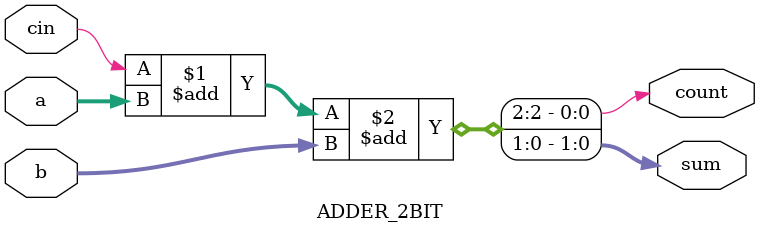
<source format=v>
module ADDER_2BIT(cin,a,b, sum,count) ;
    input cin; 
    input [1:0] a, b;  
    output [1:0] sum; 
    output count; 
    
    assign {count,sum} =cin+ a+ b ; 
    
endmodule 
</source>
